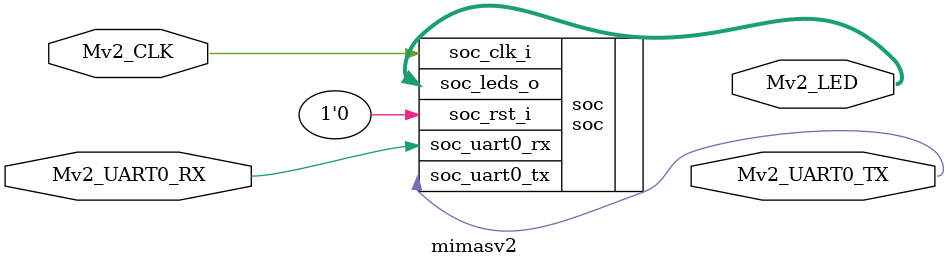
<source format=v>
`timescale 1ns / 1ps
module mimasv2 (
    input Mv2_CLK,
    input Mv2_UART0_RX,
    output Mv2_UART0_TX,
    output [7:0] Mv2_LED
);

    soc soc (
        .soc_clk_i(Mv2_CLK),
        .soc_rst_i(1'h0),
        .soc_uart0_rx(Mv2_UART0_RX),
        .soc_uart0_tx(Mv2_UART0_TX),
        .soc_leds_o(Mv2_LED)
    );

endmodule

</source>
